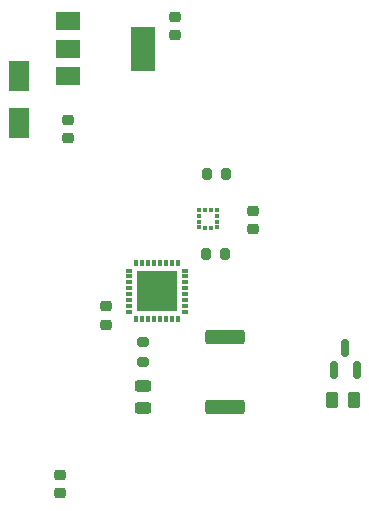
<source format=gbr>
%TF.GenerationSoftware,KiCad,Pcbnew,6.0.9-8da3e8f707~117~ubuntu22.04.1*%
%TF.CreationDate,2023-05-10T19:22:08-04:00*%
%TF.ProjectId,a2bikelight,61326269-6b65-46c6-9967-68742e6b6963,rev?*%
%TF.SameCoordinates,Original*%
%TF.FileFunction,Paste,Top*%
%TF.FilePolarity,Positive*%
%FSLAX46Y46*%
G04 Gerber Fmt 4.6, Leading zero omitted, Abs format (unit mm)*
G04 Created by KiCad (PCBNEW 6.0.9-8da3e8f707~117~ubuntu22.04.1) date 2023-05-10 19:22:08*
%MOMM*%
%LPD*%
G01*
G04 APERTURE LIST*
G04 Aperture macros list*
%AMRoundRect*
0 Rectangle with rounded corners*
0 $1 Rounding radius*
0 $2 $3 $4 $5 $6 $7 $8 $9 X,Y pos of 4 corners*
0 Add a 4 corners polygon primitive as box body*
4,1,4,$2,$3,$4,$5,$6,$7,$8,$9,$2,$3,0*
0 Add four circle primitives for the rounded corners*
1,1,$1+$1,$2,$3*
1,1,$1+$1,$4,$5*
1,1,$1+$1,$6,$7*
1,1,$1+$1,$8,$9*
0 Add four rect primitives between the rounded corners*
20,1,$1+$1,$2,$3,$4,$5,0*
20,1,$1+$1,$4,$5,$6,$7,0*
20,1,$1+$1,$6,$7,$8,$9,0*
20,1,$1+$1,$8,$9,$2,$3,0*%
G04 Aperture macros list end*
%ADD10RoundRect,0.150000X0.150000X-0.587500X0.150000X0.587500X-0.150000X0.587500X-0.150000X-0.587500X0*%
%ADD11RoundRect,0.225000X-0.250000X0.225000X-0.250000X-0.225000X0.250000X-0.225000X0.250000X0.225000X0*%
%ADD12R,0.600000X0.300000*%
%ADD13R,0.300000X0.600000*%
%ADD14R,3.450000X3.450000*%
%ADD15RoundRect,0.225000X0.250000X-0.225000X0.250000X0.225000X-0.250000X0.225000X-0.250000X-0.225000X0*%
%ADD16RoundRect,0.200000X-0.275000X0.200000X-0.275000X-0.200000X0.275000X-0.200000X0.275000X0.200000X0*%
%ADD17R,1.800000X2.500000*%
%ADD18RoundRect,0.200000X0.200000X0.275000X-0.200000X0.275000X-0.200000X-0.275000X0.200000X-0.275000X0*%
%ADD19R,0.375000X0.350000*%
%ADD20R,0.350000X0.375000*%
%ADD21RoundRect,0.250000X1.425000X-0.362500X1.425000X0.362500X-1.425000X0.362500X-1.425000X-0.362500X0*%
%ADD22RoundRect,0.250000X0.262500X0.450000X-0.262500X0.450000X-0.262500X-0.450000X0.262500X-0.450000X0*%
%ADD23RoundRect,0.243750X0.456250X-0.243750X0.456250X0.243750X-0.456250X0.243750X-0.456250X-0.243750X0*%
%ADD24R,2.000000X1.500000*%
%ADD25R,2.000000X3.800000*%
G04 APERTURE END LIST*
D10*
%TO.C,Q1*%
X146300000Y-132162500D03*
X147250000Y-134037500D03*
X145350000Y-134037500D03*
%TD*%
D11*
%TO.C,C1*%
X122800000Y-112825000D03*
X122800000Y-114375000D03*
%TD*%
%TO.C,C6*%
X122100000Y-142925000D03*
X122100000Y-144475000D03*
%TD*%
D12*
%TO.C,U1*%
X128000000Y-125600000D03*
X128000000Y-126100000D03*
X128000000Y-126600000D03*
X128000000Y-127100000D03*
X128000000Y-127600000D03*
X128000000Y-128100000D03*
X128000000Y-128600000D03*
X128000000Y-129100000D03*
D13*
X128600000Y-129700000D03*
X129100000Y-129700000D03*
X129600000Y-129700000D03*
X130100000Y-129700000D03*
X130600000Y-129700000D03*
X131100000Y-129700000D03*
X131600000Y-129700000D03*
X132100000Y-129700000D03*
D12*
X132700000Y-129100000D03*
X132700000Y-128600000D03*
X132700000Y-128100000D03*
X132700000Y-127600000D03*
X132700000Y-127100000D03*
X132700000Y-126600000D03*
X132700000Y-126100000D03*
X132700000Y-125600000D03*
D13*
X132100000Y-125000000D03*
X131600000Y-125000000D03*
X131100000Y-125000000D03*
X130600000Y-125000000D03*
X130100000Y-125000000D03*
X129600000Y-125000000D03*
X129100000Y-125000000D03*
X128600000Y-125000000D03*
D14*
X130350000Y-127350000D03*
%TD*%
D15*
%TO.C,C3*%
X138500000Y-122075000D03*
X138500000Y-120525000D03*
%TD*%
%TO.C,C2*%
X131900000Y-105675000D03*
X131900000Y-104125000D03*
%TD*%
D16*
%TO.C,R5*%
X129200000Y-131675000D03*
X129200000Y-133325000D03*
%TD*%
D17*
%TO.C,D1*%
X118700000Y-109100000D03*
X118700000Y-113100000D03*
%TD*%
D18*
%TO.C,R1*%
X136225000Y-117400000D03*
X134575000Y-117400000D03*
%TD*%
D19*
%TO.C,U3*%
X133937500Y-120450000D03*
X133937500Y-120950000D03*
X133937500Y-121450000D03*
X133937500Y-121950000D03*
D20*
X134450000Y-121962500D03*
X134950000Y-121962500D03*
D19*
X135462500Y-121950000D03*
X135462500Y-121450000D03*
X135462500Y-120950000D03*
X135462500Y-120450000D03*
D20*
X134950000Y-120437500D03*
X134450000Y-120437500D03*
%TD*%
D18*
%TO.C,R2*%
X136125000Y-124200000D03*
X134475000Y-124200000D03*
%TD*%
D15*
%TO.C,C4*%
X126000000Y-130175000D03*
X126000000Y-128625000D03*
%TD*%
D21*
%TO.C,R4*%
X136100000Y-137162500D03*
X136100000Y-131237500D03*
%TD*%
D22*
%TO.C,R3*%
X145187500Y-136600000D03*
X147012500Y-136600000D03*
%TD*%
D23*
%TO.C,D2*%
X129200000Y-137237500D03*
X129200000Y-135362500D03*
%TD*%
D24*
%TO.C,U2*%
X122850000Y-104500000D03*
D25*
X129150000Y-106800000D03*
D24*
X122850000Y-106800000D03*
X122850000Y-109100000D03*
%TD*%
M02*

</source>
